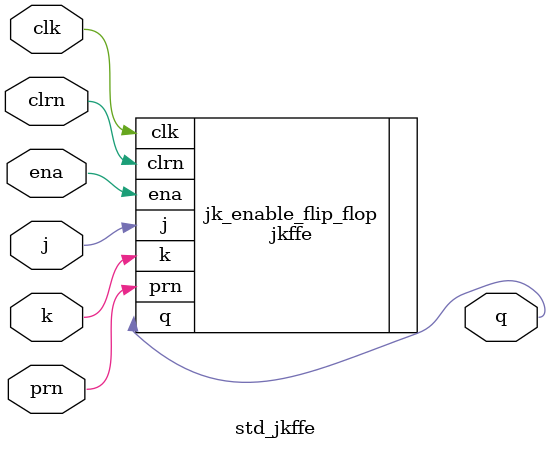
<source format=sv>
module std_jkffe
(
	input j,
	input k,
	input clk,
	input clrn,
	input prn,
	input ena,
	output logic q
);

`ifdef NO_PRIMITIVES

	// In Altera devices, register signals have a set priority.
	// The HDL design should reflect this priority.
	always_ff @(negedge clrn, negedge prn, posedge clk) begin : jk_enable_flip_flop
		// The asynchronous reset signal has highest priority
		if (~clrn) begin
			q <= 1'b0;
		end else if (~prn) begin
			q <= 1'b1;
		end else if(ena) begin
			unique case ({j,k})
				2'b00 :  q <= q;
				2'b01 :  q <= 0;
				2'b10 :  q <= 1;
				2'b11 :  q <= ~q;
			endcase
		end
	end : jk_enable_flip_flop
	
`else
	
	jkffe jk_enable_flip_flop (
		.j(j), 
		.k(k), 
		.clk(clk), 
		.clrn(clrn), 
		.prn(prn),
		.ena(ena), 
		.q(q)
	);
	
`endif

endmodule: std_jkffe
</source>
